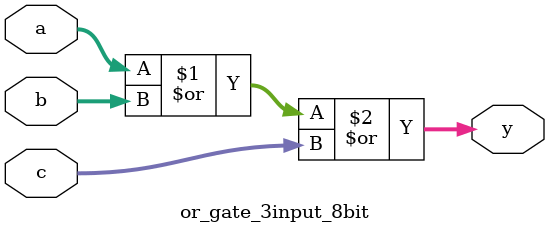
<source format=sv>
module or_gate_3input_8bit (
    input wire [7:0] a,
    input wire [7:0] b,
    input wire [7:0] c,
    output wire [7:0] y
);
    assign y = a | b | c;
endmodule

</source>
